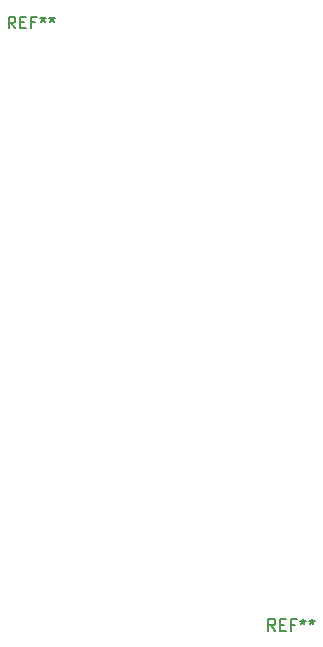
<source format=gbr>
%TF.GenerationSoftware,KiCad,Pcbnew,(5.1.6)-1*%
%TF.CreationDate,2020-06-28T19:49:48+04:00*%
%TF.ProjectId,SmartHousePowerUARTRouter,536d6172-7448-46f7-9573-65506f776572,rev?*%
%TF.SameCoordinates,Original*%
%TF.FileFunction,Legend,Top*%
%TF.FilePolarity,Positive*%
%FSLAX46Y46*%
G04 Gerber Fmt 4.6, Leading zero omitted, Abs format (unit mm)*
G04 Created by KiCad (PCBNEW (5.1.6)-1) date 2020-06-28 19:49:48*
%MOMM*%
%LPD*%
G01*
G04 APERTURE LIST*
%ADD10C,0.150000*%
G04 APERTURE END LIST*
%TO.C,REF\u002A\u002A*%
D10*
X251666666Y-63252380D02*
X251333333Y-62776190D01*
X251095238Y-63252380D02*
X251095238Y-62252380D01*
X251476190Y-62252380D01*
X251571428Y-62300000D01*
X251619047Y-62347619D01*
X251666666Y-62442857D01*
X251666666Y-62585714D01*
X251619047Y-62680952D01*
X251571428Y-62728571D01*
X251476190Y-62776190D01*
X251095238Y-62776190D01*
X252095238Y-62728571D02*
X252428571Y-62728571D01*
X252571428Y-63252380D02*
X252095238Y-63252380D01*
X252095238Y-62252380D01*
X252571428Y-62252380D01*
X253333333Y-62728571D02*
X253000000Y-62728571D01*
X253000000Y-63252380D02*
X253000000Y-62252380D01*
X253476190Y-62252380D01*
X254000000Y-62252380D02*
X254000000Y-62490476D01*
X253761904Y-62395238D02*
X254000000Y-62490476D01*
X254238095Y-62395238D01*
X253857142Y-62680952D02*
X254000000Y-62490476D01*
X254142857Y-62680952D01*
X254761904Y-62252380D02*
X254761904Y-62490476D01*
X254523809Y-62395238D02*
X254761904Y-62490476D01*
X255000000Y-62395238D01*
X254619047Y-62680952D02*
X254761904Y-62490476D01*
X254904761Y-62680952D01*
X273666666Y-114252380D02*
X273333333Y-113776190D01*
X273095238Y-114252380D02*
X273095238Y-113252380D01*
X273476190Y-113252380D01*
X273571428Y-113300000D01*
X273619047Y-113347619D01*
X273666666Y-113442857D01*
X273666666Y-113585714D01*
X273619047Y-113680952D01*
X273571428Y-113728571D01*
X273476190Y-113776190D01*
X273095238Y-113776190D01*
X274095238Y-113728571D02*
X274428571Y-113728571D01*
X274571428Y-114252380D02*
X274095238Y-114252380D01*
X274095238Y-113252380D01*
X274571428Y-113252380D01*
X275333333Y-113728571D02*
X275000000Y-113728571D01*
X275000000Y-114252380D02*
X275000000Y-113252380D01*
X275476190Y-113252380D01*
X276000000Y-113252380D02*
X276000000Y-113490476D01*
X275761904Y-113395238D02*
X276000000Y-113490476D01*
X276238095Y-113395238D01*
X275857142Y-113680952D02*
X276000000Y-113490476D01*
X276142857Y-113680952D01*
X276761904Y-113252380D02*
X276761904Y-113490476D01*
X276523809Y-113395238D02*
X276761904Y-113490476D01*
X277000000Y-113395238D01*
X276619047Y-113680952D02*
X276761904Y-113490476D01*
X276904761Y-113680952D01*
%TD*%
M02*

</source>
